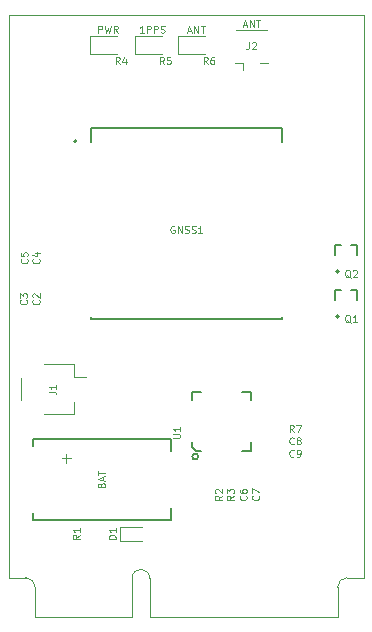
<source format=gbr>
G04 #@! TF.GenerationSoftware,KiCad,Pcbnew,5.1.5+dfsg1-2build2*
G04 #@! TF.CreationDate,2021-01-22T19:49:39+11:00*
G04 #@! TF.ProjectId,mPCIe-GNSS,6d504349-652d-4474-9e53-532e6b696361,1*
G04 #@! TF.SameCoordinates,Original*
G04 #@! TF.FileFunction,Legend,Top*
G04 #@! TF.FilePolarity,Positive*
%FSLAX46Y46*%
G04 Gerber Fmt 4.6, Leading zero omitted, Abs format (unit mm)*
G04 Created by KiCad (PCBNEW 5.1.5+dfsg1-2build2) date 2021-01-22 19:49:39*
%MOMM*%
%LPD*%
G04 APERTURE LIST*
G04 #@! TA.AperFunction,Profile*
%ADD10C,0.050000*%
G04 #@! TD*
%ADD11C,0.120000*%
%ADD12C,0.127000*%
%ADD13C,0.200000*%
%ADD14C,0.100000*%
%ADD15C,0.015000*%
G04 APERTURE END LIST*
D10*
G04 #@! TO.C,PC1*
X132600000Y-126750000D02*
G75*
G02X134100000Y-126750000I750000J0D01*
G01*
X123600000Y-126700000D02*
G75*
G02X124400000Y-127500000I0J-800000D01*
G01*
X150800000Y-126700000D02*
G75*
G03X150000000Y-127500000I0J-800000D01*
G01*
X134100000Y-130000000D02*
X134100000Y-126750000D01*
X124400000Y-130000000D02*
X124400000Y-127500000D01*
X122200000Y-126700000D02*
X123600000Y-126700000D01*
X150000000Y-130000000D02*
X150000000Y-127500000D01*
X150800000Y-126700000D02*
X152200000Y-126700000D01*
X132600000Y-130000000D02*
X124400000Y-130000000D01*
X122200000Y-79050000D02*
X152200000Y-79050000D01*
X152200000Y-126700000D02*
X152200000Y-79050000D01*
X122200000Y-126700000D02*
X122200000Y-79050000D01*
X134100000Y-130000000D02*
X150000000Y-130000000D01*
X132600000Y-130000000D02*
X132600000Y-126750000D01*
D11*
G04 #@! TO.C,LED3*
X138800000Y-80865000D02*
X136515000Y-80865000D01*
X136515000Y-80865000D02*
X136515000Y-82335000D01*
X136515000Y-82335000D02*
X138800000Y-82335000D01*
G04 #@! TO.C,LED2*
X135100000Y-80865000D02*
X132815000Y-80865000D01*
X132815000Y-80865000D02*
X132815000Y-82335000D01*
X132815000Y-82335000D02*
X135100000Y-82335000D01*
G04 #@! TO.C,LED1*
X131350000Y-80865000D02*
X129065000Y-80865000D01*
X129065000Y-80865000D02*
X129065000Y-82335000D01*
X129065000Y-82335000D02*
X131350000Y-82335000D01*
D12*
G04 #@! TO.C,U1*
X138200000Y-116450000D02*
G75*
G03X138200000Y-116450000I-250000J0D01*
G01*
X142700000Y-110950000D02*
X141950000Y-110950000D01*
X142700000Y-111700000D02*
X142700000Y-110950000D01*
X142700000Y-115950000D02*
X142700000Y-115200000D01*
X141950000Y-115950000D02*
X142700000Y-115950000D01*
X137700000Y-110950000D02*
X138450000Y-110950000D01*
X137700000Y-111700000D02*
X137700000Y-110950000D01*
X138053550Y-115950000D02*
X138450000Y-115950000D01*
X137700000Y-115596450D02*
X138053550Y-115950000D01*
X137700000Y-115200000D02*
X137700000Y-115596450D01*
G04 #@! TO.C,C1*
X124200000Y-115000000D02*
X124200000Y-115543000D01*
X135900000Y-115000000D02*
X124200000Y-115000000D01*
X135900000Y-115962000D02*
X135900000Y-115000000D01*
X135900000Y-121800000D02*
X135900000Y-120838000D01*
X124200000Y-121800000D02*
X135900000Y-121800000D01*
X124200000Y-121237000D02*
X124200000Y-121800000D01*
D13*
G04 #@! TO.C,GNSS1*
X127890000Y-89734000D02*
G75*
G03X127890000Y-89734000I-100000J0D01*
G01*
D12*
X129115000Y-104809000D02*
X129115000Y-104634000D01*
X145265000Y-104809000D02*
X145265000Y-104634000D01*
X145265000Y-88659000D02*
X145265000Y-89834000D01*
X129115000Y-88659000D02*
X129115000Y-89834000D01*
X145265000Y-104809000D02*
X129115000Y-104809000D01*
X129115000Y-88659000D02*
X145265000Y-88659000D01*
D13*
G04 #@! TO.C,Q2*
X150100000Y-100790000D02*
G75*
G03X150100000Y-100790000I-100000J0D01*
G01*
D12*
X151636931Y-98520246D02*
X151636931Y-99380246D01*
X151136931Y-98520246D02*
X151636931Y-98520246D01*
X149763726Y-98518559D02*
X149763726Y-99378559D01*
X150263726Y-98518559D02*
X149763726Y-98518559D01*
D13*
G04 #@! TO.C,Q1*
X150100000Y-104600000D02*
G75*
G03X150100000Y-104600000I-100000J0D01*
G01*
D12*
X151636931Y-102330246D02*
X151636931Y-103190246D01*
X151136931Y-102330246D02*
X151636931Y-102330246D01*
X149763726Y-102328559D02*
X149763726Y-103188559D01*
X150263726Y-102328559D02*
X149763726Y-102328559D01*
D11*
G04 #@! TO.C,J1*
X125185000Y-108640000D02*
X127685000Y-108640000D01*
X127685000Y-108640000D02*
X127685000Y-109690000D01*
X127685000Y-109690000D02*
X128675000Y-109690000D01*
X125185000Y-112860000D02*
X127685000Y-112860000D01*
X127685000Y-112860000D02*
X127685000Y-111810000D01*
X123215000Y-109810000D02*
X123215000Y-111690000D01*
G04 #@! TO.C,J2*
X141365000Y-80365000D02*
X144065000Y-80365000D01*
X141955000Y-83085000D02*
X141955000Y-83715000D01*
X144115000Y-83085000D02*
X143475000Y-83085000D01*
X141315000Y-83085000D02*
X141955000Y-83085000D01*
G04 #@! TO.C,D1*
X131600000Y-122400000D02*
X131600000Y-123600000D01*
X133450000Y-122400000D02*
X131600000Y-122400000D01*
X133450000Y-123600000D02*
X131600000Y-123600000D01*
G04 #@! TD*
G04 #@! TO.C,R3*
D14*
X141221428Y-119750000D02*
X140935714Y-119950000D01*
X141221428Y-120092857D02*
X140621428Y-120092857D01*
X140621428Y-119864285D01*
X140650000Y-119807142D01*
X140678571Y-119778571D01*
X140735714Y-119750000D01*
X140821428Y-119750000D01*
X140878571Y-119778571D01*
X140907142Y-119807142D01*
X140935714Y-119864285D01*
X140935714Y-120092857D01*
X140621428Y-119550000D02*
X140621428Y-119178571D01*
X140850000Y-119378571D01*
X140850000Y-119292857D01*
X140878571Y-119235714D01*
X140907142Y-119207142D01*
X140964285Y-119178571D01*
X141107142Y-119178571D01*
X141164285Y-119207142D01*
X141192857Y-119235714D01*
X141221428Y-119292857D01*
X141221428Y-119464285D01*
X141192857Y-119521428D01*
X141164285Y-119550000D01*
G04 #@! TO.C,R2*
X140221428Y-119750000D02*
X139935714Y-119950000D01*
X140221428Y-120092857D02*
X139621428Y-120092857D01*
X139621428Y-119864285D01*
X139650000Y-119807142D01*
X139678571Y-119778571D01*
X139735714Y-119750000D01*
X139821428Y-119750000D01*
X139878571Y-119778571D01*
X139907142Y-119807142D01*
X139935714Y-119864285D01*
X139935714Y-120092857D01*
X139678571Y-119521428D02*
X139650000Y-119492857D01*
X139621428Y-119435714D01*
X139621428Y-119292857D01*
X139650000Y-119235714D01*
X139678571Y-119207142D01*
X139735714Y-119178571D01*
X139792857Y-119178571D01*
X139878571Y-119207142D01*
X140221428Y-119550000D01*
X140221428Y-119178571D01*
G04 #@! TO.C,LED3*
X137314285Y-80400000D02*
X137600000Y-80400000D01*
X137257142Y-80571428D02*
X137457142Y-79971428D01*
X137657142Y-80571428D01*
X137857142Y-80571428D02*
X137857142Y-79971428D01*
X138200000Y-80571428D01*
X138200000Y-79971428D01*
X138400000Y-79971428D02*
X138742857Y-79971428D01*
X138571428Y-80571428D02*
X138571428Y-79971428D01*
G04 #@! TO.C,LED2*
X133585714Y-80571428D02*
X133242857Y-80571428D01*
X133414285Y-80571428D02*
X133414285Y-79971428D01*
X133357142Y-80057142D01*
X133300000Y-80114285D01*
X133242857Y-80142857D01*
X133842857Y-80571428D02*
X133842857Y-79971428D01*
X134071428Y-79971428D01*
X134128571Y-80000000D01*
X134157142Y-80028571D01*
X134185714Y-80085714D01*
X134185714Y-80171428D01*
X134157142Y-80228571D01*
X134128571Y-80257142D01*
X134071428Y-80285714D01*
X133842857Y-80285714D01*
X134442857Y-80571428D02*
X134442857Y-79971428D01*
X134671428Y-79971428D01*
X134728571Y-80000000D01*
X134757142Y-80028571D01*
X134785714Y-80085714D01*
X134785714Y-80171428D01*
X134757142Y-80228571D01*
X134728571Y-80257142D01*
X134671428Y-80285714D01*
X134442857Y-80285714D01*
X135014285Y-80542857D02*
X135100000Y-80571428D01*
X135242857Y-80571428D01*
X135300000Y-80542857D01*
X135328571Y-80514285D01*
X135357142Y-80457142D01*
X135357142Y-80400000D01*
X135328571Y-80342857D01*
X135300000Y-80314285D01*
X135242857Y-80285714D01*
X135128571Y-80257142D01*
X135071428Y-80228571D01*
X135042857Y-80200000D01*
X135014285Y-80142857D01*
X135014285Y-80085714D01*
X135042857Y-80028571D01*
X135071428Y-80000000D01*
X135128571Y-79971428D01*
X135271428Y-79971428D01*
X135357142Y-80000000D01*
G04 #@! TO.C,LED1*
X129750000Y-80571428D02*
X129750000Y-79971428D01*
X129978571Y-79971428D01*
X130035714Y-80000000D01*
X130064285Y-80028571D01*
X130092857Y-80085714D01*
X130092857Y-80171428D01*
X130064285Y-80228571D01*
X130035714Y-80257142D01*
X129978571Y-80285714D01*
X129750000Y-80285714D01*
X130292857Y-79971428D02*
X130435714Y-80571428D01*
X130550000Y-80142857D01*
X130664285Y-80571428D01*
X130807142Y-79971428D01*
X131378571Y-80571428D02*
X131178571Y-80285714D01*
X131035714Y-80571428D02*
X131035714Y-79971428D01*
X131264285Y-79971428D01*
X131321428Y-80000000D01*
X131350000Y-80028571D01*
X131378571Y-80085714D01*
X131378571Y-80171428D01*
X131350000Y-80228571D01*
X131321428Y-80257142D01*
X131264285Y-80285714D01*
X131035714Y-80285714D01*
G04 #@! TO.C,U1*
X136065747Y-114883370D02*
X136551461Y-114883370D01*
X136608604Y-114854799D01*
X136637176Y-114826228D01*
X136665747Y-114769085D01*
X136665747Y-114654799D01*
X136637176Y-114597656D01*
X136608604Y-114569085D01*
X136551461Y-114540513D01*
X136065747Y-114540513D01*
X136665747Y-113940513D02*
X136665747Y-114283370D01*
X136665747Y-114111942D02*
X136065747Y-114111942D01*
X136151461Y-114169085D01*
X136208604Y-114226228D01*
X136237176Y-114283370D01*
G04 #@! TO.C,C2*
X124714285Y-103200000D02*
X124742857Y-103228571D01*
X124771428Y-103314285D01*
X124771428Y-103371428D01*
X124742857Y-103457142D01*
X124685714Y-103514285D01*
X124628571Y-103542857D01*
X124514285Y-103571428D01*
X124428571Y-103571428D01*
X124314285Y-103542857D01*
X124257142Y-103514285D01*
X124200000Y-103457142D01*
X124171428Y-103371428D01*
X124171428Y-103314285D01*
X124200000Y-103228571D01*
X124228571Y-103200000D01*
X124228571Y-102971428D02*
X124200000Y-102942857D01*
X124171428Y-102885714D01*
X124171428Y-102742857D01*
X124200000Y-102685714D01*
X124228571Y-102657142D01*
X124285714Y-102628571D01*
X124342857Y-102628571D01*
X124428571Y-102657142D01*
X124771428Y-103000000D01*
X124771428Y-102628571D01*
G04 #@! TO.C,R7*
X146300000Y-114371428D02*
X146100000Y-114085714D01*
X145957142Y-114371428D02*
X145957142Y-113771428D01*
X146185714Y-113771428D01*
X146242857Y-113800000D01*
X146271428Y-113828571D01*
X146300000Y-113885714D01*
X146300000Y-113971428D01*
X146271428Y-114028571D01*
X146242857Y-114057142D01*
X146185714Y-114085714D01*
X145957142Y-114085714D01*
X146500000Y-113771428D02*
X146900000Y-113771428D01*
X146642857Y-114371428D01*
G04 #@! TO.C,R6*
X139000000Y-83221428D02*
X138800000Y-82935714D01*
X138657142Y-83221428D02*
X138657142Y-82621428D01*
X138885714Y-82621428D01*
X138942857Y-82650000D01*
X138971428Y-82678571D01*
X139000000Y-82735714D01*
X139000000Y-82821428D01*
X138971428Y-82878571D01*
X138942857Y-82907142D01*
X138885714Y-82935714D01*
X138657142Y-82935714D01*
X139514285Y-82621428D02*
X139400000Y-82621428D01*
X139342857Y-82650000D01*
X139314285Y-82678571D01*
X139257142Y-82764285D01*
X139228571Y-82878571D01*
X139228571Y-83107142D01*
X139257142Y-83164285D01*
X139285714Y-83192857D01*
X139342857Y-83221428D01*
X139457142Y-83221428D01*
X139514285Y-83192857D01*
X139542857Y-83164285D01*
X139571428Y-83107142D01*
X139571428Y-82964285D01*
X139542857Y-82907142D01*
X139514285Y-82878571D01*
X139457142Y-82850000D01*
X139342857Y-82850000D01*
X139285714Y-82878571D01*
X139257142Y-82907142D01*
X139228571Y-82964285D01*
G04 #@! TO.C,R5*
X135300000Y-83221428D02*
X135100000Y-82935714D01*
X134957142Y-83221428D02*
X134957142Y-82621428D01*
X135185714Y-82621428D01*
X135242857Y-82650000D01*
X135271428Y-82678571D01*
X135300000Y-82735714D01*
X135300000Y-82821428D01*
X135271428Y-82878571D01*
X135242857Y-82907142D01*
X135185714Y-82935714D01*
X134957142Y-82935714D01*
X135842857Y-82621428D02*
X135557142Y-82621428D01*
X135528571Y-82907142D01*
X135557142Y-82878571D01*
X135614285Y-82850000D01*
X135757142Y-82850000D01*
X135814285Y-82878571D01*
X135842857Y-82907142D01*
X135871428Y-82964285D01*
X135871428Y-83107142D01*
X135842857Y-83164285D01*
X135814285Y-83192857D01*
X135757142Y-83221428D01*
X135614285Y-83221428D01*
X135557142Y-83192857D01*
X135528571Y-83164285D01*
G04 #@! TO.C,R4*
X131550000Y-83221428D02*
X131350000Y-82935714D01*
X131207142Y-83221428D02*
X131207142Y-82621428D01*
X131435714Y-82621428D01*
X131492857Y-82650000D01*
X131521428Y-82678571D01*
X131550000Y-82735714D01*
X131550000Y-82821428D01*
X131521428Y-82878571D01*
X131492857Y-82907142D01*
X131435714Y-82935714D01*
X131207142Y-82935714D01*
X132064285Y-82821428D02*
X132064285Y-83221428D01*
X131921428Y-82592857D02*
X131778571Y-83021428D01*
X132150000Y-83021428D01*
G04 #@! TO.C,R1*
X128171428Y-123100000D02*
X127885714Y-123300000D01*
X128171428Y-123442857D02*
X127571428Y-123442857D01*
X127571428Y-123214285D01*
X127600000Y-123157142D01*
X127628571Y-123128571D01*
X127685714Y-123100000D01*
X127771428Y-123100000D01*
X127828571Y-123128571D01*
X127857142Y-123157142D01*
X127885714Y-123214285D01*
X127885714Y-123442857D01*
X128171428Y-122528571D02*
X128171428Y-122871428D01*
X128171428Y-122700000D02*
X127571428Y-122700000D01*
X127657142Y-122757142D01*
X127714285Y-122814285D01*
X127742857Y-122871428D01*
G04 #@! TO.C,C9*
X146300000Y-116414285D02*
X146271428Y-116442857D01*
X146185714Y-116471428D01*
X146128571Y-116471428D01*
X146042857Y-116442857D01*
X145985714Y-116385714D01*
X145957142Y-116328571D01*
X145928571Y-116214285D01*
X145928571Y-116128571D01*
X145957142Y-116014285D01*
X145985714Y-115957142D01*
X146042857Y-115900000D01*
X146128571Y-115871428D01*
X146185714Y-115871428D01*
X146271428Y-115900000D01*
X146300000Y-115928571D01*
X146585714Y-116471428D02*
X146700000Y-116471428D01*
X146757142Y-116442857D01*
X146785714Y-116414285D01*
X146842857Y-116328571D01*
X146871428Y-116214285D01*
X146871428Y-115985714D01*
X146842857Y-115928571D01*
X146814285Y-115900000D01*
X146757142Y-115871428D01*
X146642857Y-115871428D01*
X146585714Y-115900000D01*
X146557142Y-115928571D01*
X146528571Y-115985714D01*
X146528571Y-116128571D01*
X146557142Y-116185714D01*
X146585714Y-116214285D01*
X146642857Y-116242857D01*
X146757142Y-116242857D01*
X146814285Y-116214285D01*
X146842857Y-116185714D01*
X146871428Y-116128571D01*
G04 #@! TO.C,C8*
X146300000Y-115364285D02*
X146271428Y-115392857D01*
X146185714Y-115421428D01*
X146128571Y-115421428D01*
X146042857Y-115392857D01*
X145985714Y-115335714D01*
X145957142Y-115278571D01*
X145928571Y-115164285D01*
X145928571Y-115078571D01*
X145957142Y-114964285D01*
X145985714Y-114907142D01*
X146042857Y-114850000D01*
X146128571Y-114821428D01*
X146185714Y-114821428D01*
X146271428Y-114850000D01*
X146300000Y-114878571D01*
X146642857Y-115078571D02*
X146585714Y-115050000D01*
X146557142Y-115021428D01*
X146528571Y-114964285D01*
X146528571Y-114935714D01*
X146557142Y-114878571D01*
X146585714Y-114850000D01*
X146642857Y-114821428D01*
X146757142Y-114821428D01*
X146814285Y-114850000D01*
X146842857Y-114878571D01*
X146871428Y-114935714D01*
X146871428Y-114964285D01*
X146842857Y-115021428D01*
X146814285Y-115050000D01*
X146757142Y-115078571D01*
X146642857Y-115078571D01*
X146585714Y-115107142D01*
X146557142Y-115135714D01*
X146528571Y-115192857D01*
X146528571Y-115307142D01*
X146557142Y-115364285D01*
X146585714Y-115392857D01*
X146642857Y-115421428D01*
X146757142Y-115421428D01*
X146814285Y-115392857D01*
X146842857Y-115364285D01*
X146871428Y-115307142D01*
X146871428Y-115192857D01*
X146842857Y-115135714D01*
X146814285Y-115107142D01*
X146757142Y-115078571D01*
G04 #@! TO.C,C7*
X143314285Y-119750000D02*
X143342857Y-119778571D01*
X143371428Y-119864285D01*
X143371428Y-119921428D01*
X143342857Y-120007142D01*
X143285714Y-120064285D01*
X143228571Y-120092857D01*
X143114285Y-120121428D01*
X143028571Y-120121428D01*
X142914285Y-120092857D01*
X142857142Y-120064285D01*
X142800000Y-120007142D01*
X142771428Y-119921428D01*
X142771428Y-119864285D01*
X142800000Y-119778571D01*
X142828571Y-119750000D01*
X142771428Y-119550000D02*
X142771428Y-119150000D01*
X143371428Y-119407142D01*
G04 #@! TO.C,C6*
X142264285Y-119750000D02*
X142292857Y-119778571D01*
X142321428Y-119864285D01*
X142321428Y-119921428D01*
X142292857Y-120007142D01*
X142235714Y-120064285D01*
X142178571Y-120092857D01*
X142064285Y-120121428D01*
X141978571Y-120121428D01*
X141864285Y-120092857D01*
X141807142Y-120064285D01*
X141750000Y-120007142D01*
X141721428Y-119921428D01*
X141721428Y-119864285D01*
X141750000Y-119778571D01*
X141778571Y-119750000D01*
X141721428Y-119235714D02*
X141721428Y-119350000D01*
X141750000Y-119407142D01*
X141778571Y-119435714D01*
X141864285Y-119492857D01*
X141978571Y-119521428D01*
X142207142Y-119521428D01*
X142264285Y-119492857D01*
X142292857Y-119464285D01*
X142321428Y-119407142D01*
X142321428Y-119292857D01*
X142292857Y-119235714D01*
X142264285Y-119207142D01*
X142207142Y-119178571D01*
X142064285Y-119178571D01*
X142007142Y-119207142D01*
X141978571Y-119235714D01*
X141950000Y-119292857D01*
X141950000Y-119407142D01*
X141978571Y-119464285D01*
X142007142Y-119492857D01*
X142064285Y-119521428D01*
G04 #@! TO.C,C5*
X123714285Y-99715000D02*
X123742857Y-99743571D01*
X123771428Y-99829285D01*
X123771428Y-99886428D01*
X123742857Y-99972142D01*
X123685714Y-100029285D01*
X123628571Y-100057857D01*
X123514285Y-100086428D01*
X123428571Y-100086428D01*
X123314285Y-100057857D01*
X123257142Y-100029285D01*
X123200000Y-99972142D01*
X123171428Y-99886428D01*
X123171428Y-99829285D01*
X123200000Y-99743571D01*
X123228571Y-99715000D01*
X123171428Y-99172142D02*
X123171428Y-99457857D01*
X123457142Y-99486428D01*
X123428571Y-99457857D01*
X123400000Y-99400714D01*
X123400000Y-99257857D01*
X123428571Y-99200714D01*
X123457142Y-99172142D01*
X123514285Y-99143571D01*
X123657142Y-99143571D01*
X123714285Y-99172142D01*
X123742857Y-99200714D01*
X123771428Y-99257857D01*
X123771428Y-99400714D01*
X123742857Y-99457857D01*
X123714285Y-99486428D01*
G04 #@! TO.C,C4*
X124714285Y-99715000D02*
X124742857Y-99743571D01*
X124771428Y-99829285D01*
X124771428Y-99886428D01*
X124742857Y-99972142D01*
X124685714Y-100029285D01*
X124628571Y-100057857D01*
X124514285Y-100086428D01*
X124428571Y-100086428D01*
X124314285Y-100057857D01*
X124257142Y-100029285D01*
X124200000Y-99972142D01*
X124171428Y-99886428D01*
X124171428Y-99829285D01*
X124200000Y-99743571D01*
X124228571Y-99715000D01*
X124371428Y-99200714D02*
X124771428Y-99200714D01*
X124142857Y-99343571D02*
X124571428Y-99486428D01*
X124571428Y-99115000D01*
G04 #@! TO.C,C3*
X123664285Y-103200000D02*
X123692857Y-103228571D01*
X123721428Y-103314285D01*
X123721428Y-103371428D01*
X123692857Y-103457142D01*
X123635714Y-103514285D01*
X123578571Y-103542857D01*
X123464285Y-103571428D01*
X123378571Y-103571428D01*
X123264285Y-103542857D01*
X123207142Y-103514285D01*
X123150000Y-103457142D01*
X123121428Y-103371428D01*
X123121428Y-103314285D01*
X123150000Y-103228571D01*
X123178571Y-103200000D01*
X123121428Y-103000000D02*
X123121428Y-102628571D01*
X123350000Y-102828571D01*
X123350000Y-102742857D01*
X123378571Y-102685714D01*
X123407142Y-102657142D01*
X123464285Y-102628571D01*
X123607142Y-102628571D01*
X123664285Y-102657142D01*
X123692857Y-102685714D01*
X123721428Y-102742857D01*
X123721428Y-102914285D01*
X123692857Y-102971428D01*
X123664285Y-103000000D01*
G04 #@! TO.C,C1*
X130007142Y-118842857D02*
X130035714Y-118757142D01*
X130064285Y-118728571D01*
X130121428Y-118700000D01*
X130207142Y-118700000D01*
X130264285Y-118728571D01*
X130292857Y-118757142D01*
X130321428Y-118814285D01*
X130321428Y-119042857D01*
X129721428Y-119042857D01*
X129721428Y-118842857D01*
X129750000Y-118785714D01*
X129778571Y-118757142D01*
X129835714Y-118728571D01*
X129892857Y-118728571D01*
X129950000Y-118757142D01*
X129978571Y-118785714D01*
X130007142Y-118842857D01*
X130007142Y-119042857D01*
X130150000Y-118471428D02*
X130150000Y-118185714D01*
X130321428Y-118528571D02*
X129721428Y-118328571D01*
X130321428Y-118128571D01*
X129721428Y-118014285D02*
X129721428Y-117671428D01*
X130321428Y-117842857D02*
X129721428Y-117842857D01*
D15*
X127021749Y-116982665D02*
X127021749Y-116217334D01*
X127404414Y-116600000D02*
X126639084Y-116600000D01*
G04 #@! TO.C,GNSS1*
D14*
X136185714Y-96950000D02*
X136128571Y-96921428D01*
X136042857Y-96921428D01*
X135957142Y-96950000D01*
X135900000Y-97007142D01*
X135871428Y-97064285D01*
X135842857Y-97178571D01*
X135842857Y-97264285D01*
X135871428Y-97378571D01*
X135900000Y-97435714D01*
X135957142Y-97492857D01*
X136042857Y-97521428D01*
X136100000Y-97521428D01*
X136185714Y-97492857D01*
X136214285Y-97464285D01*
X136214285Y-97264285D01*
X136100000Y-97264285D01*
X136471428Y-97521428D02*
X136471428Y-96921428D01*
X136814285Y-97521428D01*
X136814285Y-96921428D01*
X137071428Y-97492857D02*
X137157142Y-97521428D01*
X137300000Y-97521428D01*
X137357142Y-97492857D01*
X137385714Y-97464285D01*
X137414285Y-97407142D01*
X137414285Y-97350000D01*
X137385714Y-97292857D01*
X137357142Y-97264285D01*
X137300000Y-97235714D01*
X137185714Y-97207142D01*
X137128571Y-97178571D01*
X137100000Y-97150000D01*
X137071428Y-97092857D01*
X137071428Y-97035714D01*
X137100000Y-96978571D01*
X137128571Y-96950000D01*
X137185714Y-96921428D01*
X137328571Y-96921428D01*
X137414285Y-96950000D01*
X137642857Y-97492857D02*
X137728571Y-97521428D01*
X137871428Y-97521428D01*
X137928571Y-97492857D01*
X137957142Y-97464285D01*
X137985714Y-97407142D01*
X137985714Y-97350000D01*
X137957142Y-97292857D01*
X137928571Y-97264285D01*
X137871428Y-97235714D01*
X137757142Y-97207142D01*
X137700000Y-97178571D01*
X137671428Y-97150000D01*
X137642857Y-97092857D01*
X137642857Y-97035714D01*
X137671428Y-96978571D01*
X137700000Y-96950000D01*
X137757142Y-96921428D01*
X137900000Y-96921428D01*
X137985714Y-96950000D01*
X138557142Y-97521428D02*
X138214285Y-97521428D01*
X138385714Y-97521428D02*
X138385714Y-96921428D01*
X138328571Y-97007142D01*
X138271428Y-97064285D01*
X138214285Y-97092857D01*
G04 #@! TO.C,Q2*
X151100057Y-101298171D02*
X151042914Y-101269600D01*
X150985771Y-101212457D01*
X150900057Y-101126742D01*
X150842914Y-101098171D01*
X150785771Y-101098171D01*
X150814342Y-101241028D02*
X150757200Y-101212457D01*
X150700057Y-101155314D01*
X150671485Y-101041028D01*
X150671485Y-100841028D01*
X150700057Y-100726742D01*
X150757200Y-100669600D01*
X150814342Y-100641028D01*
X150928628Y-100641028D01*
X150985771Y-100669600D01*
X151042914Y-100726742D01*
X151071485Y-100841028D01*
X151071485Y-101041028D01*
X151042914Y-101155314D01*
X150985771Y-101212457D01*
X150928628Y-101241028D01*
X150814342Y-101241028D01*
X151300057Y-100698171D02*
X151328628Y-100669600D01*
X151385771Y-100641028D01*
X151528628Y-100641028D01*
X151585771Y-100669600D01*
X151614342Y-100698171D01*
X151642914Y-100755314D01*
X151642914Y-100812457D01*
X151614342Y-100898171D01*
X151271485Y-101241028D01*
X151642914Y-101241028D01*
G04 #@! TO.C,Q1*
X151100057Y-105108171D02*
X151042914Y-105079600D01*
X150985771Y-105022457D01*
X150900057Y-104936742D01*
X150842914Y-104908171D01*
X150785771Y-104908171D01*
X150814342Y-105051028D02*
X150757200Y-105022457D01*
X150700057Y-104965314D01*
X150671485Y-104851028D01*
X150671485Y-104651028D01*
X150700057Y-104536742D01*
X150757200Y-104479600D01*
X150814342Y-104451028D01*
X150928628Y-104451028D01*
X150985771Y-104479600D01*
X151042914Y-104536742D01*
X151071485Y-104651028D01*
X151071485Y-104851028D01*
X151042914Y-104965314D01*
X150985771Y-105022457D01*
X150928628Y-105051028D01*
X150814342Y-105051028D01*
X151642914Y-105051028D02*
X151300057Y-105051028D01*
X151471485Y-105051028D02*
X151471485Y-104451028D01*
X151414342Y-104536742D01*
X151357200Y-104593885D01*
X151300057Y-104622457D01*
G04 #@! TO.C,J1*
X125571428Y-110950000D02*
X126000000Y-110950000D01*
X126085714Y-110978571D01*
X126142857Y-111035714D01*
X126171428Y-111121428D01*
X126171428Y-111178571D01*
X126171428Y-110350000D02*
X126171428Y-110692857D01*
X126171428Y-110521428D02*
X125571428Y-110521428D01*
X125657142Y-110578571D01*
X125714285Y-110635714D01*
X125742857Y-110692857D01*
G04 #@! TO.C,J2*
X142515000Y-81371428D02*
X142515000Y-81800000D01*
X142486428Y-81885714D01*
X142429285Y-81942857D01*
X142343571Y-81971428D01*
X142286428Y-81971428D01*
X142772142Y-81428571D02*
X142800714Y-81400000D01*
X142857857Y-81371428D01*
X143000714Y-81371428D01*
X143057857Y-81400000D01*
X143086428Y-81428571D01*
X143115000Y-81485714D01*
X143115000Y-81542857D01*
X143086428Y-81628571D01*
X142743571Y-81971428D01*
X143115000Y-81971428D01*
X142014285Y-79900000D02*
X142300000Y-79900000D01*
X141957142Y-80071428D02*
X142157142Y-79471428D01*
X142357142Y-80071428D01*
X142557142Y-80071428D02*
X142557142Y-79471428D01*
X142900000Y-80071428D01*
X142900000Y-79471428D01*
X143100000Y-79471428D02*
X143442857Y-79471428D01*
X143271428Y-80071428D02*
X143271428Y-79471428D01*
G04 #@! TO.C,D1*
X131221428Y-123442857D02*
X130621428Y-123442857D01*
X130621428Y-123300000D01*
X130650000Y-123214285D01*
X130707142Y-123157142D01*
X130764285Y-123128571D01*
X130878571Y-123100000D01*
X130964285Y-123100000D01*
X131078571Y-123128571D01*
X131135714Y-123157142D01*
X131192857Y-123214285D01*
X131221428Y-123300000D01*
X131221428Y-123442857D01*
X131221428Y-122528571D02*
X131221428Y-122871428D01*
X131221428Y-122700000D02*
X130621428Y-122700000D01*
X130707142Y-122757142D01*
X130764285Y-122814285D01*
X130792857Y-122871428D01*
G04 #@! TD*
M02*

</source>
